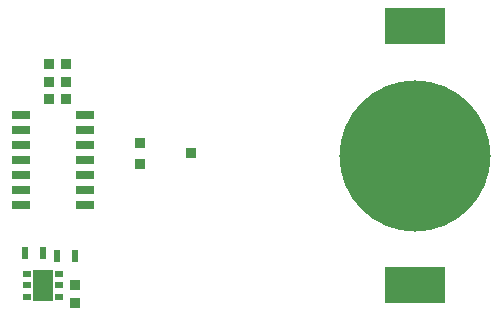
<source format=gbr>
G04 #@! TF.FileFunction,Soldermask,Top*
%FSLAX46Y46*%
G04 Gerber Fmt 4.6, Leading zero omitted, Abs format (unit mm)*
G04 Created by KiCad (PCBNEW 4.0.7-e2-6376~58~ubuntu16.04.1) date Thu Aug 16 13:00:31 2018*
%MOMM*%
%LPD*%
G01*
G04 APERTURE LIST*
%ADD10C,0.100000*%
%ADD11R,0.731600X0.551600*%
%ADD12R,0.951600X1.401600*%
%ADD13R,0.901600X0.901600*%
%ADD14R,0.901600X0.851600*%
%ADD15C,12.801600*%
%ADD16R,5.101600X3.101600*%
%ADD17R,1.601600X0.701600*%
%ADD18R,0.851600X0.901600*%
%ADD19R,0.601600X1.001600*%
G04 APERTURE END LIST*
D10*
D11*
X128380000Y-102670000D03*
X128380000Y-103620000D03*
X128380000Y-104570000D03*
X131060000Y-104570000D03*
X131060000Y-103620000D03*
X131060000Y-102670000D03*
D12*
X130145000Y-104270000D03*
X130145000Y-102970000D03*
X129295000Y-104270000D03*
X129295000Y-102970000D03*
D13*
X142290000Y-92440000D03*
D14*
X130220000Y-84870000D03*
X131720000Y-84870000D03*
D15*
X161220000Y-92620000D03*
D16*
X161220000Y-81620000D03*
X161220000Y-103620000D03*
D13*
X137920000Y-93350000D03*
X137920000Y-91550000D03*
D17*
X133320000Y-96820000D03*
X133320000Y-95550000D03*
X133320000Y-94280000D03*
X133320000Y-93010000D03*
X133320000Y-91740000D03*
X133320000Y-90470000D03*
X133320000Y-89200000D03*
X127920000Y-89200000D03*
X127920000Y-90470000D03*
X127920000Y-91740000D03*
X127920000Y-93010000D03*
X127920000Y-94280000D03*
X127920000Y-95550000D03*
X127920000Y-96820000D03*
D14*
X130220000Y-86370000D03*
X131720000Y-86370000D03*
X130220000Y-87870000D03*
X131720000Y-87870000D03*
D18*
X132470000Y-105120000D03*
X132470000Y-103620000D03*
D19*
X132470000Y-101120000D03*
X130970000Y-101120000D03*
X129720000Y-100870000D03*
X128220000Y-100870000D03*
M02*

</source>
